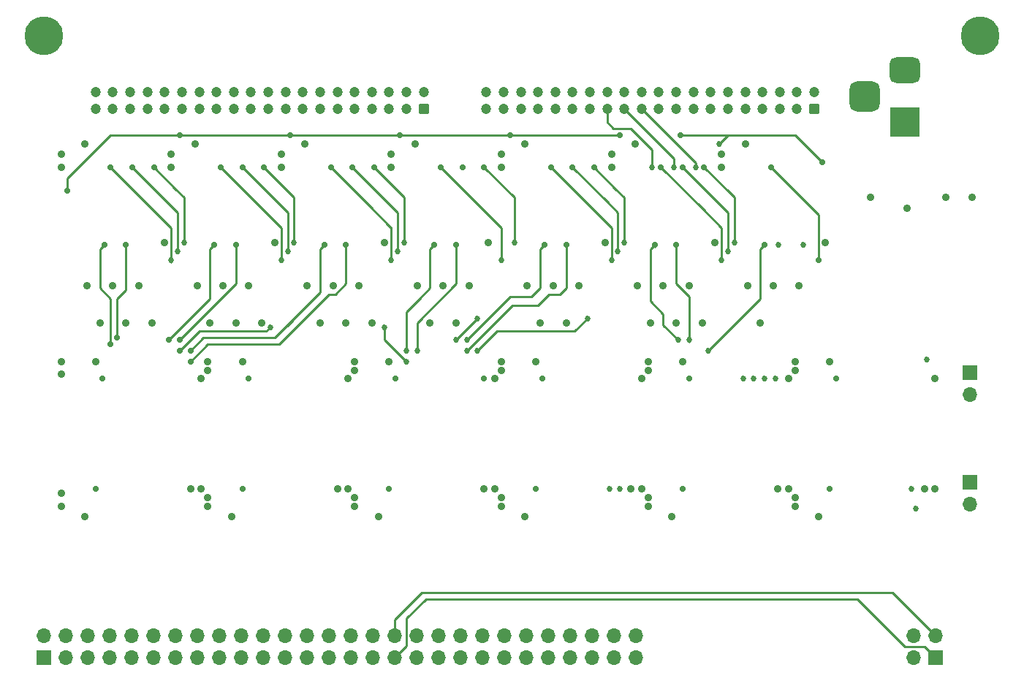
<source format=gbr>
%TF.GenerationSoftware,KiCad,Pcbnew,7.0.8*%
%TF.CreationDate,2023-10-20T14:11:59-05:00*%
%TF.ProjectId,breakout1,62726561-6b6f-4757-9431-2e6b69636164,rev?*%
%TF.SameCoordinates,Original*%
%TF.FileFunction,Copper,L4,Bot*%
%TF.FilePolarity,Positive*%
%FSLAX46Y46*%
G04 Gerber Fmt 4.6, Leading zero omitted, Abs format (unit mm)*
G04 Created by KiCad (PCBNEW 7.0.8) date 2023-10-20 14:11:59*
%MOMM*%
%LPD*%
G01*
G04 APERTURE LIST*
G04 Aperture macros list*
%AMRoundRect*
0 Rectangle with rounded corners*
0 $1 Rounding radius*
0 $2 $3 $4 $5 $6 $7 $8 $9 X,Y pos of 4 corners*
0 Add a 4 corners polygon primitive as box body*
4,1,4,$2,$3,$4,$5,$6,$7,$8,$9,$2,$3,0*
0 Add four circle primitives for the rounded corners*
1,1,$1+$1,$2,$3*
1,1,$1+$1,$4,$5*
1,1,$1+$1,$6,$7*
1,1,$1+$1,$8,$9*
0 Add four rect primitives between the rounded corners*
20,1,$1+$1,$2,$3,$4,$5,0*
20,1,$1+$1,$4,$5,$6,$7,0*
20,1,$1+$1,$6,$7,$8,$9,0*
20,1,$1+$1,$8,$9,$2,$3,0*%
G04 Aperture macros list end*
%TA.AperFunction,ComponentPad*%
%ADD10C,4.500000*%
%TD*%
%TA.AperFunction,ComponentPad*%
%ADD11R,1.700000X1.700000*%
%TD*%
%TA.AperFunction,ComponentPad*%
%ADD12O,1.700000X1.700000*%
%TD*%
%TA.AperFunction,ComponentPad*%
%ADD13RoundRect,0.250000X0.350000X0.350000X-0.350000X0.350000X-0.350000X-0.350000X0.350000X-0.350000X0*%
%TD*%
%TA.AperFunction,ComponentPad*%
%ADD14C,1.200000*%
%TD*%
%TA.AperFunction,ComponentPad*%
%ADD15R,3.500000X3.500000*%
%TD*%
%TA.AperFunction,ComponentPad*%
%ADD16RoundRect,0.750000X-1.000000X0.750000X-1.000000X-0.750000X1.000000X-0.750000X1.000000X0.750000X0*%
%TD*%
%TA.AperFunction,ComponentPad*%
%ADD17RoundRect,0.875000X-0.875000X0.875000X-0.875000X-0.875000X0.875000X-0.875000X0.875000X0.875000X0*%
%TD*%
%TA.AperFunction,ViaPad*%
%ADD18C,0.700000*%
%TD*%
%TA.AperFunction,ViaPad*%
%ADD19C,0.900000*%
%TD*%
%TA.AperFunction,ViaPad*%
%ADD20C,0.685800*%
%TD*%
%TA.AperFunction,Conductor*%
%ADD21C,0.250000*%
%TD*%
%TA.AperFunction,Conductor*%
%ADD22C,0.254000*%
%TD*%
G04 APERTURE END LIST*
D10*
%TO.P,H1,1,1*%
%TO.N,GND*%
X109750000Y-42500000D03*
%TD*%
D11*
%TO.P,J6,1,Pin_1*%
%TO.N,GPIO0*%
X213040000Y-114540000D03*
D12*
%TO.P,J6,2,Pin_2*%
%TO.N,GND*%
X210500000Y-114540000D03*
%TO.P,J6,3,Pin_3*%
%TO.N,GPIO1*%
X213040000Y-112000000D03*
%TO.P,J6,4,Pin_4*%
%TO.N,GND*%
X210500000Y-112000000D03*
%TD*%
D11*
%TO.P,JP1,1,A*%
%TO.N,Net-(JP1-A)*%
X217000000Y-81500000D03*
D12*
%TO.P,JP1,2,B*%
%TO.N,+5V*%
X217000000Y-84040000D03*
%TD*%
D13*
%TO.P,J1,1,Pin_1*%
%TO.N,Mark 0 In*%
X153750000Y-51000000D03*
D14*
%TO.P,J1,2,Pin_2*%
%TO.N,GND*%
X153750000Y-49000000D03*
%TO.P,J1,3,Pin_3*%
%TO.N,Mark 0 Out*%
X151750000Y-51000000D03*
%TO.P,J1,4,Pin_4*%
%TO.N,GND*%
X151750000Y-49000000D03*
%TO.P,J1,5,Pin_5*%
%TO.N,Bus In 7*%
X149750000Y-51000000D03*
%TO.P,J1,6,Pin_6*%
%TO.N,GND*%
X149750000Y-49000000D03*
%TO.P,J1,7,Pin_7*%
%TO.N,Bus Out 7*%
X147750000Y-51000000D03*
%TO.P,J1,8,Pin_8*%
%TO.N,GND*%
X147750000Y-49000000D03*
%TO.P,J1,9,Pin_9*%
%TO.N,Bus In 6*%
X145750000Y-51000000D03*
%TO.P,J1,10,Pin_10*%
%TO.N,GND*%
X145750000Y-49000000D03*
%TO.P,J1,11,Pin_11*%
%TO.N,Bus Out 6*%
X143750000Y-51000000D03*
%TO.P,J1,12,Pin_12*%
%TO.N,GND*%
X143750000Y-49000000D03*
%TO.P,J1,13,Pin_13*%
%TO.N,Bus In 5*%
X141750000Y-51000000D03*
%TO.P,J1,14,Pin_14*%
%TO.N,GND*%
X141750000Y-49000000D03*
%TO.P,J1,15,Pin_15*%
%TO.N,Bus Out 5*%
X139750000Y-51000000D03*
%TO.P,J1,16,Pin_16*%
%TO.N,GND*%
X139750000Y-49000000D03*
%TO.P,J1,17,Pin_17*%
%TO.N,Bus In 4*%
X137750000Y-51000000D03*
%TO.P,J1,18,Pin_18*%
%TO.N,GND*%
X137750000Y-49000000D03*
%TO.P,J1,19,Pin_19*%
%TO.N,Bus Out 4*%
X135750000Y-51000000D03*
%TO.P,J1,20,Pin_20*%
%TO.N,GND*%
X135750000Y-49000000D03*
%TO.P,J1,21,Pin_21*%
%TO.N,Bus In 3*%
X133750000Y-51000000D03*
%TO.P,J1,22,Pin_22*%
%TO.N,GND*%
X133750000Y-49000000D03*
%TO.P,J1,23,Pin_23*%
%TO.N,Bus Out 3*%
X131750000Y-51000000D03*
%TO.P,J1,24,Pin_24*%
%TO.N,GND*%
X131750000Y-49000000D03*
%TO.P,J1,25,Pin_25*%
%TO.N,Bus In 2*%
X129750000Y-51000000D03*
%TO.P,J1,26,Pin_26*%
%TO.N,GND*%
X129750000Y-49000000D03*
%TO.P,J1,27,Pin_27*%
%TO.N,Bus Out 2*%
X127750000Y-51000000D03*
%TO.P,J1,28,Pin_28*%
%TO.N,GND*%
X127750000Y-49000000D03*
%TO.P,J1,29,Pin_29*%
%TO.N,Bus In 1*%
X125750000Y-51000000D03*
%TO.P,J1,30,Pin_30*%
%TO.N,GND*%
X125750000Y-49000000D03*
%TO.P,J1,31,Pin_31*%
%TO.N,Bus Out 1*%
X123750000Y-51000000D03*
%TO.P,J1,32,Pin_32*%
%TO.N,GND*%
X123750000Y-49000000D03*
%TO.P,J1,33,Pin_33*%
%TO.N,Bus In 0*%
X121750000Y-51000000D03*
%TO.P,J1,34,Pin_34*%
%TO.N,GND*%
X121750000Y-49000000D03*
%TO.P,J1,35,Pin_35*%
%TO.N,Bus Out 0*%
X119750000Y-51000000D03*
%TO.P,J1,36,Pin_36*%
%TO.N,GND*%
X119750000Y-49000000D03*
%TO.P,J1,37,Pin_37*%
%TO.N,Bus In P*%
X117750000Y-51000000D03*
%TO.P,J1,38,Pin_38*%
%TO.N,GND*%
X117750000Y-49000000D03*
%TO.P,J1,39,Pin_39*%
%TO.N,Bus Out P*%
X115750000Y-51000000D03*
%TO.P,J1,40,Pin_40*%
%TO.N,GND*%
X115750000Y-49000000D03*
%TD*%
D10*
%TO.P,H2,1,1*%
%TO.N,GND*%
X218250000Y-42500000D03*
%TD*%
D15*
%TO.P,J4,1*%
%TO.N,Net-(F1-Pad1)*%
X209500000Y-52500000D03*
D16*
%TO.P,J4,2*%
%TO.N,GND*%
X209500000Y-46500000D03*
D17*
%TO.P,J4,3*%
%TO.N,N/C*%
X204800000Y-49500000D03*
%TD*%
D11*
%TO.P,JP2,1,A*%
%TO.N,Net-(JP2-A)*%
X217000000Y-94250000D03*
D12*
%TO.P,JP2,2,B*%
%TO.N,+3V3*%
X217000000Y-96790000D03*
%TD*%
D14*
%TO.P,J2,40,Pin_40*%
%TO.N,GND*%
X161000000Y-49000000D03*
%TO.P,J2,39,Pin_39*%
%TO.N,Operational In*%
X161000000Y-51000000D03*
%TO.P,J2,38,Pin_38*%
%TO.N,GND*%
X163000000Y-49000000D03*
%TO.P,J2,37,Pin_37*%
%TO.N,Clock Out*%
X163000000Y-51000000D03*
%TO.P,J2,36,Pin_36*%
%TO.N,GND*%
X165000000Y-49000000D03*
%TO.P,J2,35,Pin_35*%
%TO.N,Status In*%
X165000000Y-51000000D03*
%TO.P,J2,34,Pin_34*%
%TO.N,GND*%
X167000000Y-49000000D03*
%TO.P,J2,33,Pin_33*%
%TO.N,Metering Out*%
X167000000Y-51000000D03*
%TO.P,J2,32,Pin_32*%
%TO.N,GND*%
X169000000Y-49000000D03*
%TO.P,J2,31,Pin_31*%
%TO.N,Address In*%
X169000000Y-51000000D03*
%TO.P,J2,30,Pin_30*%
%TO.N,GND*%
X171000000Y-49000000D03*
%TO.P,J2,29,Pin_29*%
%TO.N,Metering In*%
X171000000Y-51000000D03*
%TO.P,J2,28,Pin_28*%
%TO.N,GND*%
X173000000Y-49000000D03*
%TO.P,J2,27,Pin_27*%
%TO.N,Service In*%
X173000000Y-51000000D03*
%TO.P,J2,26,Pin_26*%
%TO.N,GND*%
X175000000Y-49000000D03*
%TO.P,J2,25,Pin_25*%
%TO.N,Request In*%
X175000000Y-51000000D03*
%TO.P,J2,24,Pin_24*%
%TO.N,GND*%
X177000000Y-49000000D03*
%TO.P,J2,23,Pin_23*%
%TO.N,Select In*%
X177000000Y-51000000D03*
%TO.P,J2,22,Pin_22*%
%TO.N,GND*%
X179000000Y-49000000D03*
%TO.P,J2,21,Pin_21*%
%TO.N,Data In*%
X179000000Y-51000000D03*
%TO.P,J2,20,Pin_20*%
%TO.N,GND*%
X181000000Y-49000000D03*
%TO.P,J2,19,Pin_19*%
%TO.N,Select Out*%
X181000000Y-51000000D03*
%TO.P,J2,18,Pin_18*%
%TO.N,unconnected-(J2-Pin_18-Pad18)*%
X183000000Y-49000000D03*
%TO.P,J2,17,Pin_17*%
%TO.N,unconnected-(J2-Pin_17-Pad17)*%
X183000000Y-51000000D03*
%TO.P,J2,16,Pin_16*%
%TO.N,GND*%
X185000000Y-49000000D03*
%TO.P,J2,15,Pin_15*%
%TO.N,Address Out*%
X185000000Y-51000000D03*
%TO.P,J2,14,Pin_14*%
%TO.N,GND*%
X187000000Y-49000000D03*
%TO.P,J2,13,Pin_13*%
%TO.N,Data Out*%
X187000000Y-51000000D03*
%TO.P,J2,12,Pin_12*%
%TO.N,GND*%
X189000000Y-49000000D03*
%TO.P,J2,11,Pin_11*%
%TO.N,Command Out*%
X189000000Y-51000000D03*
%TO.P,J2,10,Pin_10*%
%TO.N,GND*%
X191000000Y-49000000D03*
%TO.P,J2,9,Pin_9*%
%TO.N,Disconnect In*%
X191000000Y-51000000D03*
%TO.P,J2,8,Pin_8*%
%TO.N,GND*%
X193000000Y-49000000D03*
%TO.P,J2,7,Pin_7*%
%TO.N,Suppress Out*%
X193000000Y-51000000D03*
%TO.P,J2,6,Pin_6*%
%TO.N,GND*%
X195000000Y-49000000D03*
%TO.P,J2,5,Pin_5*%
%TO.N,Hold Out*%
X195000000Y-51000000D03*
%TO.P,J2,4,Pin_4*%
%TO.N,GND*%
X197000000Y-49000000D03*
%TO.P,J2,3,Pin_3*%
%TO.N,Service Out*%
X197000000Y-51000000D03*
%TO.P,J2,2,Pin_2*%
%TO.N,GND*%
X199000000Y-49000000D03*
D13*
%TO.P,J2,1,Pin_1*%
%TO.N,Operational Out*%
X199000000Y-51000000D03*
%TD*%
D11*
%TO.P,J3,1,Pin_1*%
%TO.N,GND*%
X109740000Y-114540000D03*
D12*
%TO.P,J3,2,Pin_2*%
X109740000Y-112000000D03*
%TO.P,J3,3,Pin_3*%
%TO.N,3V3 Bus In 0*%
X112280000Y-114540000D03*
%TO.P,J3,4,Pin_4*%
%TO.N,3V3 Bus In P*%
X112280000Y-112000000D03*
%TO.P,J3,5,Pin_5*%
%TO.N,3V3 Bus In 2*%
X114820000Y-114540000D03*
%TO.P,J3,6,Pin_6*%
%TO.N,3V3 Bus In 1*%
X114820000Y-112000000D03*
%TO.P,J3,7,Pin_7*%
%TO.N,3V3 Bus In 4*%
X117360000Y-114540000D03*
%TO.P,J3,8,Pin_8*%
%TO.N,3V3 Bus In 3*%
X117360000Y-112000000D03*
%TO.P,J3,9,Pin_9*%
%TO.N,3V3 Bus In 6*%
X119900000Y-114540000D03*
%TO.P,J3,10,Pin_10*%
%TO.N,3V3 Bus In 5*%
X119900000Y-112000000D03*
%TO.P,J3,11,Pin_11*%
%TO.N,3V3 Bus Out 0*%
X122440000Y-114540000D03*
%TO.P,J3,12,Pin_12*%
%TO.N,3V3 Bus Out P*%
X122440000Y-112000000D03*
%TO.P,J3,13,Pin_13*%
%TO.N,3V3 Bus Out 2*%
X124980000Y-114540000D03*
%TO.P,J3,14,Pin_14*%
%TO.N,3V3 Bus Out 1*%
X124980000Y-112000000D03*
%TO.P,J3,15,Pin_15*%
%TO.N,3V3 Bus Out 4*%
X127520000Y-114540000D03*
%TO.P,J3,16,Pin_16*%
%TO.N,3V3 Bus Out 3*%
X127520000Y-112000000D03*
%TO.P,J3,17,Pin_17*%
%TO.N,GND*%
X130060000Y-114540000D03*
%TO.P,J3,18,Pin_18*%
X130060000Y-112000000D03*
%TO.P,J3,19,Pin_19*%
%TO.N,unconnected-(J3-Pin_19-Pad19)*%
X132600000Y-114540000D03*
%TO.P,J3,20,Pin_20*%
%TO.N,unconnected-(J3-Pin_20-Pad20)*%
X132600000Y-112000000D03*
%TO.P,J3,21,Pin_21*%
%TO.N,3V3 Bus Out 6*%
X135140000Y-114540000D03*
%TO.P,J3,22,Pin_22*%
%TO.N,3V3 Bus Out 5*%
X135140000Y-112000000D03*
%TO.P,J3,23,Pin_23*%
%TO.N,3V3 Mark 0 In*%
X137680000Y-114540000D03*
%TO.P,J3,24,Pin_24*%
%TO.N,3V3 Bus In 7*%
X137680000Y-112000000D03*
%TO.P,J3,25,Pin_25*%
%TO.N,3V3 Status In*%
X140220000Y-114540000D03*
%TO.P,J3,26,Pin_26*%
%TO.N,3V3 Operational In*%
X140220000Y-112000000D03*
%TO.P,J3,27,Pin_27*%
%TO.N,3V3 Metering In*%
X142760000Y-114540000D03*
%TO.P,J3,28,Pin_28*%
%TO.N,3V3 Address In*%
X142760000Y-112000000D03*
%TO.P,J3,29,Pin_29*%
%TO.N,3V3 Bus Out 7*%
X145300000Y-114540000D03*
%TO.P,J3,30,Pin_30*%
%TO.N,3V3 Service In*%
X145300000Y-112000000D03*
%TO.P,J3,31,Pin_31*%
%TO.N,3V3 Clock Out*%
X147840000Y-114540000D03*
%TO.P,J3,32,Pin_32*%
%TO.N,3V3 Mark 0 Out*%
X147840000Y-112000000D03*
%TO.P,J3,33,Pin_33*%
%TO.N,GPIO0*%
X150380000Y-114540000D03*
%TO.P,J3,34,Pin_34*%
%TO.N,GPIO1*%
X150380000Y-112000000D03*
%TO.P,J3,35,Pin_35*%
%TO.N,GND*%
X152920000Y-114540000D03*
%TO.P,J3,36,Pin_36*%
X152920000Y-112000000D03*
%TO.P,J3,37,Pin_37*%
%TO.N,unconnected-(J3-Pin_37-Pad37)*%
X155460000Y-114540000D03*
%TO.P,J3,38,Pin_38*%
%TO.N,unconnected-(J3-Pin_38-Pad38)*%
X155460000Y-112000000D03*
%TO.P,J3,39,Pin_39*%
%TO.N,3V3 Address Out*%
X158000000Y-114540000D03*
%TO.P,J3,40,Pin_40*%
%TO.N,3V3 Metering Out*%
X158000000Y-112000000D03*
%TO.P,J3,41,Pin_41*%
%TO.N,3V3 Request In*%
X160540000Y-114540000D03*
%TO.P,J3,42,Pin_42*%
%TO.N,3V3 Select Out*%
X160540000Y-112000000D03*
%TO.P,J3,43,Pin_43*%
%TO.N,3V3 Disconnect In*%
X163080000Y-114540000D03*
%TO.P,J3,44,Pin_44*%
%TO.N,3V3 Select In*%
X163080000Y-112000000D03*
%TO.P,J3,45,Pin_45*%
%TO.N,3V3 Data Out*%
X165620000Y-114540000D03*
%TO.P,J3,46,Pin_46*%
%TO.N,3V3 Data In*%
X165620000Y-112000000D03*
%TO.P,J3,47,Pin_47*%
%TO.N,3V3 Suppress Out*%
X168160000Y-114540000D03*
%TO.P,J3,48,Pin_48*%
%TO.N,3V3 Command Out*%
X168160000Y-112000000D03*
%TO.P,J3,49,Pin_49*%
%TO.N,3V3 Operational Out*%
X170700000Y-114540000D03*
%TO.P,J3,50,Pin_50*%
%TO.N,3V3 Service Out*%
X170700000Y-112000000D03*
%TO.P,J3,51,Pin_51*%
%TO.N,3V3 Enable*%
X173240000Y-114540000D03*
%TO.P,J3,52,Pin_52*%
%TO.N,3V3 Hold Out*%
X173240000Y-112000000D03*
%TO.P,J3,53,Pin_53*%
%TO.N,GND*%
X175780000Y-114540000D03*
%TO.P,J3,54,Pin_54*%
X175780000Y-112000000D03*
%TO.P,J3,55,Pin_55*%
%TO.N,unconnected-(J3-Pin_55-Pad55)*%
X178320000Y-114540000D03*
%TO.P,J3,56,Pin_56*%
%TO.N,unconnected-(J3-Pin_56-Pad56)*%
X178320000Y-112000000D03*
%TD*%
D18*
%TO.N,GND*%
X158250000Y-57750000D03*
D19*
X162000000Y-95000000D03*
X149250000Y-66500000D03*
D18*
X160750000Y-82250000D03*
D19*
X130500000Y-71500000D03*
X123750000Y-66500000D03*
X147750000Y-75750000D03*
X179000000Y-82250000D03*
X128750000Y-96000000D03*
D18*
X184500000Y-82250000D03*
D19*
X191250000Y-71500000D03*
X159000000Y-71500000D03*
X214250000Y-61250000D03*
X196000000Y-95000000D03*
X150000000Y-57750000D03*
X196750000Y-81250000D03*
X145000000Y-95000000D03*
X143250000Y-71500000D03*
X162000000Y-82250000D03*
X162750000Y-56250000D03*
D20*
X194882800Y-66750000D03*
D19*
X186000000Y-75750000D03*
X145750000Y-97000000D03*
X140250000Y-71500000D03*
X200250000Y-66500000D03*
X179750000Y-80250000D03*
X124500000Y-57750000D03*
X154500000Y-75750000D03*
X162750000Y-57750000D03*
X128750000Y-97000000D03*
X145750000Y-80250000D03*
X143750000Y-95000000D03*
X119250000Y-75750000D03*
X179750000Y-81250000D03*
D18*
X133500000Y-82250000D03*
D19*
X165750000Y-71500000D03*
X136500000Y-66500000D03*
D20*
X210250000Y-95000000D03*
D19*
X188250000Y-56250000D03*
X196750000Y-80250000D03*
D18*
X183750000Y-95000000D03*
D19*
X111750000Y-56250000D03*
D18*
X150500000Y-82250000D03*
D19*
X197250000Y-71500000D03*
X162750000Y-97000000D03*
D20*
X212000000Y-80000000D03*
D19*
X167250000Y-75750000D03*
X196750000Y-97000000D03*
X156000000Y-71500000D03*
X145750000Y-81250000D03*
X170250000Y-75750000D03*
X187500000Y-66500000D03*
X128750000Y-81250000D03*
X145750000Y-96000000D03*
X196000000Y-82250000D03*
X217250000Y-61250000D03*
X126750000Y-95000000D03*
X145000000Y-82250000D03*
X213000000Y-82250000D03*
D20*
X175250000Y-95000000D03*
D18*
X149750000Y-95000000D03*
D19*
X183000000Y-75750000D03*
X137250000Y-57750000D03*
D20*
X210750000Y-97250000D03*
D19*
X181500000Y-71500000D03*
X111750000Y-57750000D03*
X179000000Y-95000000D03*
X162750000Y-81250000D03*
X132000000Y-75750000D03*
X162750000Y-80250000D03*
X111750000Y-80250000D03*
X213000000Y-95000000D03*
X128750000Y-80250000D03*
X135000000Y-75750000D03*
X174750000Y-66500000D03*
D20*
X176500000Y-95000000D03*
D19*
X111750000Y-97000000D03*
X188250000Y-57750000D03*
X209750000Y-62500000D03*
D18*
X167500000Y-82250000D03*
D19*
X111750000Y-81750000D03*
X122250000Y-75750000D03*
X175500000Y-57750000D03*
X179750000Y-96000000D03*
X162750000Y-96000000D03*
X116250000Y-75750000D03*
X157500000Y-75750000D03*
X117750000Y-71500000D03*
X160750000Y-95000000D03*
X161250000Y-66500000D03*
X146250000Y-71500000D03*
X205500000Y-61250000D03*
X150000000Y-56250000D03*
X144750000Y-75750000D03*
X128000000Y-82250000D03*
D20*
X197750000Y-66750000D03*
X192000000Y-82250000D03*
D19*
X175500000Y-56250000D03*
X171750000Y-71500000D03*
X211750000Y-95000000D03*
X179750000Y-97000000D03*
X168750000Y-71500000D03*
D18*
X116500000Y-82250000D03*
D19*
X196750000Y-96000000D03*
X192750000Y-75750000D03*
X153000000Y-71500000D03*
D20*
X190750000Y-82250000D03*
D19*
X178500000Y-71500000D03*
X124500000Y-56250000D03*
X129000000Y-75750000D03*
D18*
X201500000Y-82250000D03*
D19*
X128000000Y-95000000D03*
X184500000Y-71500000D03*
X177750000Y-95000000D03*
X141750000Y-75750000D03*
X194250000Y-71500000D03*
D20*
X194500000Y-82250000D03*
D19*
X127500000Y-71500000D03*
X111750000Y-95500000D03*
X114750000Y-71500000D03*
X120750000Y-71500000D03*
X180000000Y-75750000D03*
D18*
X115750000Y-95000000D03*
D20*
X193250000Y-82250000D03*
D19*
X137250000Y-56250000D03*
X133500000Y-71500000D03*
X194750000Y-95000000D03*
D20*
%TO.N,Select In*%
X182750000Y-57750000D03*
%TO.N,Request In*%
X180212600Y-57750000D03*
%TO.N,Data In*%
X185250000Y-57750000D03*
D18*
%TO.N,5V Bus In P*%
X116750000Y-66750000D03*
X117500000Y-78250000D03*
%TO.N,5V Bus In 0*%
X119250000Y-66750000D03*
X118250000Y-77500000D03*
D20*
%TO.N,5V Bus Out 1*%
X126000000Y-66500000D03*
D18*
X122500000Y-57750000D03*
D20*
%TO.N,5V Bus Out 0*%
X125250000Y-67500000D03*
D18*
X120000000Y-57750000D03*
D20*
%TO.N,5V Bus Out P*%
X124500000Y-68500000D03*
D18*
X117500000Y-57750000D03*
%TO.N,5V Bus In 2*%
X124250000Y-77750000D03*
X129500000Y-66750000D03*
%TO.N,5V Bus In 3*%
X132000000Y-66750000D03*
X125500000Y-77750000D03*
D19*
%TO.N,+5V*%
X115750000Y-80250000D03*
X114500000Y-55000000D03*
X200750000Y-80250000D03*
X127250000Y-55000000D03*
X183750000Y-80250000D03*
X132750000Y-80250000D03*
X191000000Y-55000000D03*
X140000000Y-55000000D03*
X178250000Y-55000000D03*
X149750000Y-80250000D03*
X152750000Y-55000000D03*
X166750000Y-80250000D03*
X165500000Y-55000000D03*
D18*
%TO.N,5V Bus In 4*%
X125500000Y-79000000D03*
D20*
X136000000Y-76250000D03*
%TO.N,5V Bus Out 4*%
X138750000Y-66500000D03*
D18*
X135250000Y-57750000D03*
%TO.N,5V Bus Out 3*%
X132750000Y-57750000D03*
D20*
X138000000Y-67500000D03*
D18*
%TO.N,5V Bus Out 2*%
X130250000Y-57750000D03*
D20*
X137250000Y-68500000D03*
D18*
%TO.N,5V Bus In 5*%
X142250000Y-66750000D03*
X126750000Y-79000000D03*
%TO.N,5V Bus In 6*%
X126750000Y-80250000D03*
X144750000Y-66750000D03*
D20*
%TO.N,5V Bus In 7*%
X149195633Y-76250000D03*
X151750000Y-80250000D03*
D18*
%TO.N,5V Bus Out 7*%
X148000000Y-57750000D03*
D20*
X151500000Y-66500000D03*
D18*
%TO.N,5V Bus Out 6*%
X145500000Y-57750000D03*
D20*
X150750000Y-67500000D03*
%TO.N,5V Bus Out 5*%
X150000000Y-68500000D03*
D18*
X143000000Y-57750000D03*
D20*
%TO.N,5V Operational In*%
X153000000Y-79000000D03*
D18*
X157500000Y-66750000D03*
D20*
%TO.N,5V Status In*%
X157500000Y-77750000D03*
X160000000Y-75250000D03*
%TO.N,5V Address In*%
X158750000Y-77750000D03*
D18*
X167750000Y-66750000D03*
%TO.N,5V Command Out*%
X183750000Y-57750000D03*
D20*
X189000000Y-67500000D03*
%TO.N,5V Address Out*%
X176250000Y-67500000D03*
D18*
X171000000Y-57750000D03*
D20*
%TO.N,5V Select Out*%
X177000000Y-66500000D03*
D18*
X173500000Y-57750000D03*
D20*
%TO.N,5V Service In*%
X172750000Y-75250000D03*
X160000000Y-79000000D03*
%TO.N,5V Select In*%
X184500000Y-77750000D03*
D18*
X183000000Y-66750000D03*
%TO.N,5V Request In*%
X180500000Y-66750000D03*
D20*
X183250000Y-77750000D03*
D18*
%TO.N,5V Data Out*%
X181250000Y-57750000D03*
D20*
X188250000Y-68500000D03*
D18*
%TO.N,5V Suppress Out*%
X186250000Y-57750000D03*
D20*
X189750000Y-66500000D03*
D18*
%TO.N,5V Disconnect In*%
X193250000Y-66750000D03*
D20*
X186750000Y-79000000D03*
D18*
%TO.N,5V Enable*%
X138250000Y-54000000D03*
X151000000Y-54000000D03*
X125500000Y-54000000D03*
X183500000Y-54000000D03*
D20*
X188000000Y-55000000D03*
D18*
X112500000Y-60500000D03*
X176500000Y-54000000D03*
X163750000Y-54000000D03*
X199890000Y-57140000D03*
%TO.N,5V Hold Out*%
X199500000Y-68500000D03*
X194000000Y-57750000D03*
D20*
%TO.N,5V Mark 0 In*%
X151750000Y-79000000D03*
D18*
X155000000Y-66750000D03*
D20*
%TO.N,5V Metering In*%
X158750000Y-79000000D03*
D18*
X170250000Y-66750000D03*
D20*
%TO.N,5V Metering Out*%
X175500000Y-68500000D03*
D18*
X168500000Y-57750000D03*
%TO.N,5V Clock Out*%
X160750000Y-57750000D03*
D20*
X164250000Y-66500000D03*
D18*
%TO.N,5V Mark 0 Out*%
X155750000Y-57750000D03*
D20*
X162750000Y-68500000D03*
D18*
%TO.N,+3V3*%
X132750000Y-95000000D03*
X166750000Y-95000000D03*
D19*
X148500000Y-98250000D03*
X165500000Y-98250000D03*
X182500000Y-98250000D03*
X131500000Y-98250000D03*
X114500000Y-98250000D03*
D18*
X200750000Y-95000000D03*
D19*
X199500000Y-98250000D03*
%TD*%
D21*
%TO.N,Select In*%
X182750000Y-56750000D02*
X177000000Y-51000000D01*
X182750000Y-57750000D02*
X182750000Y-56750000D01*
%TO.N,Request In*%
X180212600Y-57750000D02*
X180212600Y-55712600D01*
X175000000Y-51000000D02*
X175000000Y-52500000D01*
X177750000Y-53250000D02*
X175750000Y-53250000D01*
X180212600Y-55712600D02*
X177750000Y-53250000D01*
X175750000Y-53250000D02*
X175000000Y-52500000D01*
%TO.N,Data In*%
X185250000Y-57750000D02*
X185250000Y-57250000D01*
X185250000Y-57250000D02*
X179000000Y-51000000D01*
%TO.N,5V Bus In P*%
X116250000Y-71000000D02*
X116250000Y-71750000D01*
X116250000Y-67250000D02*
X116250000Y-71000000D01*
X117500000Y-73000000D02*
X117500000Y-78250000D01*
X116750000Y-66750000D02*
X116250000Y-67250000D01*
X116250000Y-71750000D02*
X117500000Y-73000000D01*
%TO.N,5V Bus In 0*%
X119250000Y-72000000D02*
X118250000Y-73000000D01*
X119250000Y-66750000D02*
X119250000Y-72000000D01*
X118250000Y-73000000D02*
X118250000Y-77500000D01*
%TO.N,5V Bus Out 1*%
X126000000Y-61250000D02*
X126000000Y-66500000D01*
X122500000Y-57750000D02*
X125000000Y-60250000D01*
X125000000Y-60250000D02*
X126000000Y-61250000D01*
%TO.N,5V Bus Out 0*%
X120000000Y-57750000D02*
X125250000Y-63000000D01*
X125250000Y-63000000D02*
X125250000Y-67500000D01*
%TO.N,5V Bus Out P*%
X124500000Y-68500000D02*
X124500000Y-68750000D01*
X124500000Y-64750000D02*
X124500000Y-68500000D01*
X117500000Y-57750000D02*
X124500000Y-64750000D01*
%TO.N,5V Bus In 2*%
X129500000Y-66750000D02*
X129000000Y-67250000D01*
X129000000Y-70500000D02*
X129000000Y-71750000D01*
X129000000Y-71750000D02*
X129000000Y-72000000D01*
X129000000Y-71250000D02*
X129000000Y-72000000D01*
X129000000Y-73000000D02*
X129000000Y-71750000D01*
X124250000Y-77750000D02*
X129000000Y-73000000D01*
X129000000Y-70500000D02*
X129000000Y-71250000D01*
X129000000Y-67250000D02*
X129000000Y-70500000D01*
%TO.N,5V Bus In 3*%
X132000000Y-70500000D02*
X132000000Y-71028699D01*
X132000000Y-71250000D02*
X132000000Y-70500000D01*
X132000000Y-71250000D02*
X125500000Y-77750000D01*
X132000000Y-70500000D02*
X132000000Y-66750000D01*
%TO.N,5V Bus In 4*%
X128250000Y-76750000D02*
X128000000Y-76750000D01*
X128500000Y-76750000D02*
X129250000Y-76750000D01*
X128500000Y-76750000D02*
X133750000Y-76750000D01*
X127750000Y-76750000D02*
X129250000Y-76750000D01*
X128250000Y-76750000D02*
X127750000Y-76750000D01*
X125500000Y-79000000D02*
X127750000Y-76750000D01*
X128250000Y-76750000D02*
X128500000Y-76750000D01*
X133750000Y-76750000D02*
X135500000Y-76750000D01*
X135500000Y-76750000D02*
X136000000Y-76250000D01*
%TO.N,5V Bus Out 4*%
X138750000Y-61250000D02*
X138750000Y-66500000D01*
X135250000Y-57750000D02*
X138750000Y-61250000D01*
%TO.N,5V Bus Out 3*%
X138000000Y-63000000D02*
X138000000Y-67500000D01*
X137500000Y-62500000D02*
X138000000Y-63000000D01*
X132750000Y-57750000D02*
X137500000Y-62500000D01*
%TO.N,5V Bus Out 2*%
X134750000Y-62250000D02*
X137250000Y-64750000D01*
X137250000Y-64750000D02*
X137250000Y-68500000D01*
X134750000Y-62250000D02*
X134375000Y-61875000D01*
X130250000Y-57750000D02*
X134375000Y-61875000D01*
%TO.N,5V Bus In 5*%
X138000000Y-76000000D02*
X137250000Y-76750000D01*
X138750000Y-75250000D02*
X138500000Y-75500000D01*
X141750000Y-67250000D02*
X141750000Y-72250000D01*
X140250000Y-73750000D02*
X138750000Y-75250000D01*
X138500000Y-75500000D02*
X138000000Y-76000000D01*
X136500000Y-77500000D02*
X128250000Y-77500000D01*
X126750000Y-79000000D02*
X128250000Y-77500000D01*
X141750000Y-72250000D02*
X140250000Y-73750000D01*
X142250000Y-66750000D02*
X141750000Y-67250000D01*
X138750000Y-75250000D02*
X136500000Y-77500000D01*
%TO.N,5V Bus In 6*%
X137000000Y-78250000D02*
X128750000Y-78250000D01*
X144750000Y-71250000D02*
X143500000Y-72500000D01*
X142750000Y-72500000D02*
X137000000Y-78250000D01*
X143500000Y-72500000D02*
X142750000Y-72500000D01*
X128750000Y-78250000D02*
X126750000Y-80250000D01*
X144750000Y-66750000D02*
X144750000Y-71250000D01*
D22*
%TO.N,5V Bus In 7*%
X149195633Y-77695633D02*
X150125000Y-78625000D01*
D21*
X149250000Y-77750000D02*
X150125000Y-78625000D01*
X150125000Y-78625000D02*
X151750000Y-80250000D01*
D22*
X149195633Y-76250000D02*
X149195633Y-77695633D01*
D21*
%TO.N,5V Bus Out 7*%
X151500000Y-61250000D02*
X151500000Y-66500000D01*
X148000000Y-57750000D02*
X151500000Y-61250000D01*
%TO.N,5V Bus Out 6*%
X150750000Y-63000000D02*
X150750000Y-67500000D01*
X150500000Y-62750000D02*
X150750000Y-63000000D01*
X145500000Y-57750000D02*
X150500000Y-62750000D01*
%TO.N,5V Bus Out 5*%
X149750000Y-64500000D02*
X150000000Y-64750000D01*
X147500000Y-62250000D02*
X149750000Y-64500000D01*
X149750000Y-64500000D02*
X149977400Y-64727400D01*
X150000000Y-64750000D02*
X150000000Y-68500000D01*
X147500000Y-62250000D02*
X143000000Y-57750000D01*
%TO.N,5V Operational In*%
X157500000Y-71250000D02*
X153000000Y-75750000D01*
X157500000Y-66750000D02*
X157500000Y-71250000D01*
X153000000Y-75750000D02*
X153000000Y-79000000D01*
%TO.N,5V Status In*%
X157500000Y-77750000D02*
X160000000Y-75250000D01*
%TO.N,5V Address In*%
X167250000Y-68250000D02*
X167250000Y-68750000D01*
X167250000Y-68000000D02*
X167250000Y-68250000D01*
X167250000Y-71750000D02*
X167250000Y-71250000D01*
X167250000Y-71750000D02*
X166250000Y-72750000D01*
X163750000Y-72750000D02*
X158750000Y-77750000D01*
X167250000Y-67250000D02*
X167250000Y-68000000D01*
X167250000Y-68500000D02*
X167250000Y-68250000D01*
X167750000Y-66750000D02*
X167250000Y-67250000D01*
X166250000Y-72750000D02*
X163750000Y-72750000D01*
X167250000Y-71250000D02*
X167250000Y-68500000D01*
%TO.N,5V Command Out*%
X189000000Y-63000000D02*
X189000000Y-67500000D01*
X183750000Y-57750000D02*
X189000000Y-63000000D01*
%TO.N,5V Address Out*%
X175000000Y-61750000D02*
X176250000Y-63000000D01*
X171000000Y-57750000D02*
X175000000Y-61750000D01*
X176250000Y-63000000D02*
X176250000Y-67500000D01*
%TO.N,5V Select Out*%
X177000000Y-61250000D02*
X177000000Y-66500000D01*
X176000000Y-60250000D02*
X177000000Y-61250000D01*
X173500000Y-57750000D02*
X176000000Y-60250000D01*
%TO.N,5V Service In*%
X171250000Y-76750000D02*
X172750000Y-75250000D01*
X162250000Y-76750000D02*
X171250000Y-76750000D01*
X160000000Y-79000000D02*
X162250000Y-76750000D01*
%TO.N,5V Select In*%
X184500000Y-77750000D02*
X184500000Y-78000000D01*
X183000000Y-71250000D02*
X184500000Y-72750000D01*
X184500000Y-72750000D02*
X184500000Y-77750000D01*
X183000000Y-66750000D02*
X183000000Y-67750000D01*
X183000000Y-67750000D02*
X183000000Y-71250000D01*
%TO.N,5V Request In*%
X181500000Y-76000000D02*
X183250000Y-77750000D01*
X180500000Y-66750000D02*
X180000000Y-67250000D01*
X181500000Y-74750000D02*
X181500000Y-76000000D01*
X180500000Y-66750000D02*
X180500000Y-67000000D01*
X180000000Y-73250000D02*
X181500000Y-74750000D01*
X180000000Y-67250000D02*
X180000000Y-73250000D01*
%TO.N,5V Data Out*%
X181250000Y-57750000D02*
X186000000Y-62500000D01*
X188250000Y-64750000D02*
X188250000Y-68500000D01*
X186000000Y-62500000D02*
X188250000Y-64750000D01*
%TO.N,5V Suppress Out*%
X189750000Y-61250000D02*
X189750000Y-66500000D01*
X186250000Y-57750000D02*
X189250000Y-60750000D01*
X189250000Y-60750000D02*
X189750000Y-61250000D01*
%TO.N,5V Disconnect In*%
X192500000Y-73250000D02*
X187500000Y-78250000D01*
X193250000Y-66750000D02*
X192750000Y-67250000D01*
X192750000Y-67500000D02*
X192750000Y-70750000D01*
X192750000Y-67250000D02*
X192750000Y-67500000D01*
X192750000Y-73000000D02*
X192500000Y-73250000D01*
X187500000Y-78250000D02*
X186750000Y-79000000D01*
X192750000Y-70750000D02*
X192750000Y-73000000D01*
%TO.N,5V Enable*%
X117500000Y-54000000D02*
X112500000Y-59000000D01*
X196750000Y-54000000D02*
X199750000Y-57000000D01*
X125500000Y-54000000D02*
X117500000Y-54000000D01*
X189000000Y-54000000D02*
X190250000Y-54000000D01*
X112500000Y-60500000D02*
X112500000Y-59000000D01*
X188000000Y-55000000D02*
X189000000Y-54000000D01*
X183500000Y-54000000D02*
X190250000Y-54000000D01*
X190250000Y-54000000D02*
X196750000Y-54000000D01*
X125500000Y-54000000D02*
X151000000Y-54000000D01*
X151000000Y-54000000D02*
X176500000Y-54000000D01*
%TO.N,5V Hold Out*%
X198250000Y-62000000D02*
X199500000Y-63250000D01*
X199500000Y-63250000D02*
X199500000Y-68500000D01*
X194000000Y-57750000D02*
X196250000Y-60000000D01*
X196250000Y-60000000D02*
X198250000Y-62000000D01*
%TO.N,5V Mark 0 In*%
X154500000Y-71750000D02*
X153250000Y-73000000D01*
X151750000Y-74500000D02*
X151750000Y-79000000D01*
X153250000Y-73000000D02*
X151750000Y-74500000D01*
X155000000Y-66750000D02*
X154500000Y-67250000D01*
X154500000Y-67250000D02*
X154500000Y-71250000D01*
X154500000Y-71250000D02*
X154500000Y-71750000D01*
%TO.N,5V Metering In*%
X170250000Y-71750000D02*
X169500000Y-72500000D01*
X168250000Y-72500000D02*
X167000000Y-73750000D01*
X164000000Y-73750000D02*
X158750000Y-79000000D01*
X170250000Y-71028699D02*
X170250000Y-71750000D01*
X170250000Y-67069080D02*
X170250000Y-66750000D01*
X169500000Y-72500000D02*
X168250000Y-72500000D01*
X170250000Y-66750000D02*
X170250000Y-71028699D01*
X167000000Y-73750000D02*
X164000000Y-73750000D01*
%TO.N,5V Metering Out*%
X175500000Y-64750000D02*
X175500000Y-68500000D01*
X168500000Y-57750000D02*
X172750000Y-62000000D01*
X172750000Y-62000000D02*
X175500000Y-64750000D01*
%TO.N,5V Clock Out*%
X160750000Y-57750000D02*
X164250000Y-61250000D01*
X164250000Y-61250000D02*
X164250000Y-66500000D01*
%TO.N,5V Mark 0 Out*%
X162250000Y-64250000D02*
X162750000Y-64750000D01*
X162750000Y-64750000D02*
X162750000Y-68500000D01*
X155750000Y-57750000D02*
X162250000Y-64250000D01*
D22*
%TO.N,GPIO0*%
X204000000Y-107750000D02*
X209500000Y-113250000D01*
X154000000Y-107750000D02*
X204000000Y-107750000D01*
X151750000Y-110000000D02*
X154000000Y-107750000D01*
X150380000Y-114540000D02*
X151750000Y-113170000D01*
X151750000Y-113170000D02*
X151750000Y-110000000D01*
X209500000Y-113250000D02*
X211750000Y-113250000D01*
X211750000Y-113250000D02*
X213040000Y-114540000D01*
%TO.N,GPIO1*%
X153500000Y-107000000D02*
X208040000Y-107000000D01*
X150380000Y-112000000D02*
X150380000Y-110120000D01*
X208040000Y-107000000D02*
X213040000Y-112000000D01*
X150380000Y-110120000D02*
X153500000Y-107000000D01*
%TD*%
M02*

</source>
